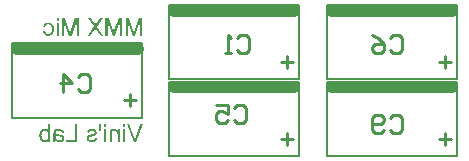
<source format=gbr>
%FSTAX25Y25*%
%MOMM*%
%SFA1B1*%

%IPPOS*%
%ADD28C,0.999998*%
%ADD29C,0.200000*%
%ADD30C,0.253999*%
%LNmicamp_legend_bot-1*%
%LPD*%
G36*
X-4112519Y0501644D02*
X-4130611D01*
Y0522292*
X-4112519*
Y0501644*
G37*
G36*
X-3790472Y04512D02*
X-3733642Y0374997D01*
X-3757056*
X-3794305Y0426082*
X-3795156Y042736*
X-379622Y0428851*
X-3798562Y0432254*
X-3799626Y0433959*
X-3800477Y0435236*
X-3801117Y0436087*
X-3801328Y04363*
X-3803456Y0433108*
X-3805374Y0430128*
X-3806225Y0429061*
X-3806649Y042821*
X-3807076Y0427573*
X-3807289Y042736*
X-3844538Y0374997*
X-386859*
X-3813462Y0452264*
X-3864546Y0522292*
X-3843261*
X-3813888Y0483128*
X-3811333Y0479935*
X-3809204Y0476953*
X-3807076Y0473974*
X-3805374Y0471634*
X-3803883Y0469503*
X-3802819Y0467801*
X-3802181Y0466951*
X-3801968Y0466524*
X-3800477Y0469079*
X-3798775Y0471845*
X-379686Y0474827*
X-3794942Y0477807*
X-3793027Y0480359*
X-379175Y0482488*
X-3791112Y0483341*
X-3790685Y0483979*
X-3790261Y0484192*
Y0484405*
X-3763441Y0522292*
X-3740241*
X-3790472Y04512*
G37*
G36*
X-3404999Y0374997D02*
X-3423729D01*
Y0500369*
X-3466299Y0374997*
X-3483754*
X-3526749Y0498238*
Y0374997*
X-3545481*
Y0522292*
X-3519299*
X-3483965Y0419696*
X-348205Y0414164*
X-3480562Y0409481*
X-3479071Y0405437*
X-3478006Y0402031*
X-3477155Y0399475*
X-3476515Y039756*
X-3476304Y0396496*
X-3476091Y0396069*
X-347524Y0399051*
X-3474176Y0402457*
X-3472898Y0406074*
X-3471834Y0409694*
X-347077Y0412887*
X-3469919Y0415439*
X-3469492Y0416504*
X-3469279Y0417144*
X-3469065Y0417568*
Y0417781*
X-3434158Y0522292*
X-3404999*
Y0374997*
G37*
G36*
X-3576558D02*
X-3595288D01*
Y0500369*
X-3637859Y0374997*
X-3655314*
X-3698308Y0498238*
Y0374997*
X-3717038*
Y0522292*
X-3690858*
X-3655524Y0419696*
X-3653609Y0414164*
X-3652118Y0409481*
X-365063Y0405437*
X-3649565Y0402031*
X-3648715Y0399475*
X-3648075Y039756*
X-3647861Y0396496*
X-364765Y0396069*
X-3646799Y0399051*
X-3645735Y0402457*
X-3644458Y0406074*
X-3643393Y0409694*
X-3642329Y0412887*
X-3641478Y0415439*
X-3641051Y0416504*
X-3640838Y0417144*
X-3640625Y0417568*
Y0417781*
X-3605717Y0522292*
X-3576558*
Y0374997*
G37*
G36*
X-3942661D02*
X-3961394D01*
Y0500369*
X-4003964Y0374997*
X-4021416*
X-4064414Y0498238*
Y0374997*
X-4083146*
Y0522292*
X-4056964*
X-402163Y0419696*
X-4019715Y0414164*
X-4018226Y0409481*
X-4016735Y0405437*
X-4015671Y0402031*
X-401482Y0399475*
X-401418Y039756*
X-4013969Y0396496*
X-4013756Y0396069*
X-4012902Y0399051*
X-4011838Y0402457*
X-4010563Y0406074*
X-4009499Y0409694*
X-4008434Y0412887*
X-4007581Y0415439*
X-4007157Y0416504*
X-4006943Y0417144*
X-400673Y0417568*
Y0417781*
X-3971823Y0522292*
X-3942661*
Y0374997*
G37*
G36*
X-4196382Y0483979D02*
X-4191698Y0483128D01*
X-418723Y0482061*
X-4183611Y0480999*
X-4180418Y0479722*
X-417914Y0479082*
X-4178076Y0478657*
X-4177225Y0478231*
X-4176588Y0477804*
X-4176161Y0477593*
X-4175947*
X-4171904Y0475038*
X-4168284Y0471845*
X-4165305Y0468652*
X-4162752Y046546*
X-4160837Y0462694*
X-4159559Y0460352*
X-4159133Y0459501*
X-4158708Y0458861*
X-4158495Y0458436*
Y0458223*
X-4156577Y0453115*
X-4155302Y0448007*
X-4154238Y0442899*
X-4153598Y0438216*
X-4153387Y0436087*
X-4153174Y0434172*
Y0432468*
X-415296Y0430979*
Y0429701*
Y0428848*
Y042821*
Y0427997*
X-4153174Y0423103*
X-4153598Y0418632*
X-4154238Y0414164*
X-4155089Y0410331*
X-415594Y0406501*
X-4157218Y0403308*
X-4158282Y0400113*
X-4159559Y0397347*
X-4160837Y0395005*
X-4161901Y0392877*
X-4163176Y0390961*
X-4164027Y0389473*
X-4164881Y0388406*
X-4165518Y0387555*
X-4165945Y0387131*
X-4166158Y0386918*
X-4168711Y0384362*
X-4171477Y0382236*
X-4174246Y0380319*
X-4177225Y0378617*
X-4180205Y0377339*
X-4182973Y0376062*
X-4188719Y037436*
X-4191274Y0373933*
X-4193616Y0373509*
X-4195744Y0373082*
X-4197659Y0372869*
X-419915Y0372656*
X-4201276*
X-4204469Y0372869*
X-4207664Y0373082*
X-4213197Y037436*
X-4218307Y0375848*
X-4222564Y0377766*
X-4224266Y037883*
X-4225968Y0379681*
X-4227459Y0380532*
X-4228523Y0381383*
X-4229374Y0382023*
X-4230011Y0382447*
X-4230438Y0382661*
X-4230651Y0382874*
X-423278Y0385003*
X-4234695Y0387131*
X-4238101Y0391812*
X-4240867Y0396709*
X-4242785Y040118*
X-4244273Y0405437*
X-42447Y0407139*
X-4245124Y040884*
X-4245338Y0410118*
X-4245551Y0410972*
X-4245764Y0411609*
Y0411822*
X-4227885Y0414164*
X-4227032Y0409481*
X-4225754Y0405223*
X-4224053Y0401817*
X-4222564Y0399051*
X-4221073Y0396709*
X-4219795Y0395218*
X-4219158Y0394154*
X-4218731Y0393943*
X-4215965Y0391812*
X-4212983Y0390324*
X-4210004Y0389046*
X-4207238Y0388406*
X-4204896Y0387982*
X-4202767Y0387769*
X-420149Y0387555*
X-4201066*
X-4198724Y0387769*
X-4196382Y0387982*
X-4192125Y0389046*
X-4188505Y0390537*
X-4185312Y0392452*
X-4182973Y0394154*
X-4181055Y0395645*
X-4179991Y0396709*
X-4179567Y0397134*
X-4178076Y0399051*
X-4176798Y0401391*
X-4174883Y0406074*
X-4173395Y0411396*
X-4172541Y0416504*
X-4171904Y0421187*
X-417169Y0423103*
Y0425018*
X-4171477Y0426295*
Y0427573*
Y042821*
Y0428424*
Y0432254*
X-4171904Y0435874*
X-4172331Y043928*
X-4172755Y0442259*
X-4173395Y0445025*
X-4174246Y0447581*
X-4174883Y0449922*
X-4175734Y0452051*
X-4176588Y0453753*
X-4177225Y0455244*
X-4178076Y0456521*
X-4178716Y0457583*
X-417914Y0458436*
X-4179567Y0459074*
X-4179991Y0459287*
Y0459501*
X-4181695Y0461203*
X-4183397Y0462694*
X-4187017Y0465246*
X-4190847Y0466951*
X-4194253Y0468015*
X-4197446Y0468866*
X-4199788Y0469079*
X-4200852Y0469292*
X-420213*
X-4205323Y0469079*
X-4208302Y0468439*
X-4210857Y0467588*
X-4213197Y0466524*
X-4214901Y046546*
X-4216389Y0464609*
X-421724Y0463971*
X-4217454Y0463758*
X-4219582Y0461629*
X-4221497Y0459074*
X-4223202Y0456308*
X-4224266Y0453753*
X-422533Y0451413*
X-4225968Y0449496*
X-4226181Y0448218*
X-4226394Y0448007*
Y0447794*
X-424406Y045056*
X-4242572Y0456308*
X-4240443Y0461203*
X-4238101Y046546*
X-4235759Y0468866*
X-4233418Y0471634*
X-4231502Y0473549*
X-4230225Y0474825*
X-4230011Y0475251*
X-4229801*
X-422533Y0478231*
X-4220646Y0480359*
X-4215965Y0482061*
X-4211495Y0483128*
X-4207451Y0483765*
X-4205747Y0483979*
X-4204469*
X-4203194Y0484192*
X-420149*
X-4196382Y0483979*
G37*
G36*
X-4112519Y0374997D02*
X-4130611D01*
Y048185*
X-4112519*
Y0374997*
G37*
G36*
X-3550058Y-039835D02*
X-3568151D01*
Y-0377705*
X-3550058*
Y-039835*
G37*
G36*
X-3710335D02*
X-372843D01*
Y-0377705*
X-3710335*
Y-039835*
G37*
G36*
X-375163Y-0402396D02*
X-3756098Y-0429854D01*
X-3767381*
X-3772275Y-0402396*
Y-0377705*
X-375163*
Y-0402396*
G37*
G36*
X-4184357Y-0524997D02*
X-4201172D01*
Y-0511589*
X-4203303Y-0514357*
X-4205429Y-0516696*
X-4207771Y-0518825*
X-4210326Y-052074*
X-4212668Y-0522231*
X-4215221Y-0523509*
X-4217563Y-0524573*
X-4219905Y-0525424*
X-4224162Y-0526488*
X-4226077Y-0526915*
X-4227568Y-0527128*
X-4228846*
X-4229907Y-0527339*
X-4230758*
X-4234164Y-0527128*
X-423757Y-0526702*
X-4240763Y-0526061*
X-4243743Y-0524997*
X-4249491Y-0522658*
X-4251833Y-0521167*
X-4254174Y-0519889*
X-4256303Y-0518401*
X-4258005Y-0517123*
X-4259493Y-0515846*
X-4260984Y-0514781*
X-4262048Y-0513717*
X-4262688Y-051308*
X-4263113Y-0512653*
X-4263326Y-0512439*
X-4265668Y-050946*
X-4267796Y-0506267*
X-4269712Y-0503074*
X-42712Y-0499457*
X-4272478Y-0496051*
X-4273544Y-0492432*
X-4275246Y-0485622*
X-4275884Y-0482429*
X-427631Y-0479447*
X-4276524Y-0476895*
X-4276735Y-0474553*
X-4276948Y-0472638*
Y-047136*
Y-0470296*
Y-0470082*
X-4276735Y-0465825*
X-4276524Y-0461782*
X-4275884Y-0458162*
X-4275246Y-0454969*
X-4274606Y-0452203*
X-4274182Y-0450075*
X-4273969Y-0449437*
X-4273755Y-0448797*
X-4273544Y-0448584*
Y-0448373*
X-4272267Y-0444754*
X-4270776Y-0441347*
X-4269287Y-0438368*
X-4267796Y-0435813*
X-4266519Y-0433898*
X-4265455Y-0432409*
X-4264817Y-0431342*
X-4264604Y-0431131*
X-4262475Y-0428576*
X-425992Y-0426234*
X-4257578Y-0424319*
X-4255236Y-0422828*
X-4253323Y-0421553*
X-4251619Y-0420489*
X-4250555Y-0420062*
X-4250128Y-0419849*
X-4246935Y-0418571*
X-4243532Y-0417509*
X-4240339Y-0416869*
X-423757Y-0416232*
X-4235229Y-0416018*
X-4233313Y-0415805*
X-4231612*
X-4228419Y-0416018*
X-4225226Y-0416445*
X-4222244Y-0417083*
X-4219478Y-0418147*
X-4214583Y-0420276*
X-4210326Y-0423042*
X-4208622Y-0424319*
X-420692Y-0425597*
X-4205643Y-0426874*
X-4204578Y-0427939*
X-4203514Y-0429003*
X-4202877Y-0429641*
X-4202663Y-0430067*
X-420245Y-0430278*
Y-0377705*
X-4184357*
Y-0524997*
G37*
G36*
X-4110286Y-0416018D02*
X-4105816Y-0416443D01*
X-4101558Y-0417083*
X-4098152Y-041772*
X-4095173Y-041836*
X-4093044Y-0418998*
X-4092194Y-0419211*
X-4091553Y-0419422*
X-409134Y-0419635*
X-4091129*
X-408751Y-0421126*
X-4084317Y-0423042*
X-4081551Y-0424746*
X-4079209Y-0426448*
X-4077507Y-042815*
X-407623Y-0429427*
X-4075376Y-0430278*
X-4075165Y-0430491*
X-407325Y-043326*
X-4071546Y-0436239*
X-4070268Y-0439219*
X-4069207Y-0441987*
X-4068353Y-0444754*
X-4067716Y-0446669*
X-4067502Y-044752*
Y-0448157*
X-4067289Y-044837*
Y-0448584*
X-4084957Y-0450926*
X-4086232Y-0447095*
X-408751Y-0443689*
X-4089001Y-0440921*
X-4090278Y-0438792*
X-4091553Y-043709*
X-4092618Y-0436026*
X-4093471Y-0435386*
X-4093684Y-0435175*
X-4096237Y-0433684*
X-4099217Y-043262*
X-4102409Y-0431769*
X-4105391Y-0431342*
X-4108371Y-0430918*
X-4110499Y-0430705*
X-4112628*
X-4117522Y-0430918*
X-4121779Y-0431556*
X-4125186Y-043262*
X-4128165Y-0433684*
X-4130294Y-0434962*
X-4131995Y-0435813*
X-413306Y-0436666*
X-4133273Y-0436877*
X-4134977Y-0438792*
X-4136252Y-0441134*
X-4137317Y-0443689*
X-4137957Y-0446244*
X-4138383Y-0448584*
X-4138594Y-0450712*
Y-045199*
Y-0452203*
Y-0452417*
Y-0452841*
Y-0453694*
Y-0455183*
X-4138383Y-045646*
Y-0456887*
Y-0457098*
X-4136252Y-0457738*
X-4133913Y-0458376*
X-4129016Y-0459653*
X-4123481Y-0460717*
X-4118373Y-0461782*
X-4115818Y-0462208*
X-4113479Y-0462419*
X-411135Y-0462846*
X-4109648Y-0463059*
X-4108157Y-046327*
X-4107093*
X-4106242Y-0463483*
X-4106029*
X-4102196Y-046391*
X-4099003Y-0464548*
X-4096237Y-0464974*
X-4094109Y-0465399*
X-4092407Y-0465612*
X-4091129Y-0466039*
X-4090278Y-0466252*
X-4090065*
X-4087296Y-0467103*
X-4084957Y-0467954*
X-4082615Y-0469018*
X-40807Y-0469869*
X-4078996Y-0470722*
X-4077931Y-0471573*
X-4077081Y-0471998*
X-4076867Y-0472211*
X-4074739Y-0473702*
X-4073037Y-0475404*
X-4071332Y-0477105*
X-4070057Y-047881*
X-4068993Y-0480298*
X-406814Y-0481576*
X-4067716Y-0482429*
X-4067502Y-048264*
X-4066438Y-0484982*
X-4065587Y-0487537*
X-4064949Y-0489877*
X-4064523Y-0492218*
X-4064309Y-0494134*
X-4064096Y-0495625*
Y-0496476*
Y-0496902*
X-4064309Y-0499457*
X-4064523Y-0501583*
X-4065587Y-0506054*
X-4067075Y-0509673*
X-406878Y-0512866*
X-4070482Y-0515421*
X-4071973Y-0517334*
X-4073037Y-0518401*
X-4073461Y-0518825*
X-4077294Y-0521591*
X-4081551Y-0523722*
X-4086232Y-0525211*
X-4090489Y-0526275*
X-4094322Y-0526915*
X-4096024Y-0527126*
X-4097515*
X-4098792Y-0527339*
X-4100494*
X-4104325Y-0527126*
X-4108157Y-0526702*
X-4111561Y-0526275*
X-4114543Y-0525637*
X-4116885Y-0524997*
X-41188Y-052436*
X-4120075Y-0524146*
X-4120502Y-0523935*
X-4124121Y-0522444*
X-4127527Y-0520529*
X-413072Y-0518401*
X-4133913Y-0516483*
X-4136466Y-0514568*
X-4138383Y-051308*
X-4139658Y-0512015*
X-4139872Y-0511589*
X-4140085*
X-4140509Y-0514357*
X-4140936Y-051691*
X-4141363Y-0519252*
X-4142Y-0521167*
X-414264Y-0522871*
X-4143065Y-0523935*
X-4143278Y-0524786*
X-4143491Y-0524997*
X-4162435*
X-416137Y-0522658*
X-4160306Y-0520316*
X-4159455Y-0518187*
X-4159029Y-0516272*
X-4158391Y-0514568*
X-4158178Y-051329*
X-4157964Y-0512439*
Y-0512226*
X-4157751Y-0510738*
X-4157538Y-0508822*
Y-0506694*
X-4157324Y-0504352*
X-4157113Y-0499031*
Y-0493709*
X-41569Y-0488602*
Y-048626*
Y-0484344*
Y-048264*
Y-0481365*
Y-0480512*
Y-0480298*
Y-0456034*
Y-045199*
X-4156687Y-0448373*
X-4156473Y-0445604*
Y-0443263*
X-4156262Y-0441561*
X-4156049Y-0440283*
X-4155836Y-0439646*
Y-0439432*
X-4155198Y-0436666*
X-4154347Y-0434324*
X-4153494Y-0432409*
X-415243Y-0430491*
X-4151579Y-0429216*
X-4150941Y-0428152*
X-4150514Y-0427512*
X-4150301Y-0427299*
X-4148599Y-0425597*
X-4146684Y-0423895*
X-4144553Y-0422617*
X-4142427Y-042134*
X-4140509Y-0420489*
X-4139021Y-0419849*
X-4137957Y-0419425*
X-413753Y-0419211*
X-4134126Y-0418147*
X-4130507Y-0417296*
X-4126887Y-0416656*
X-412327Y-0416232*
X-4120075Y-0416018*
X-4117736Y-0415805*
X-4115394*
X-4110286Y-0416018*
G37*
G36*
X-345683Y-0524997D02*
X-3477262D01*
X-3534732Y-0377705*
X-3514938*
X-3474923Y-0484769*
X-3473218Y-0489239*
X-347173Y-0493496*
X-3470452Y-049754*
X-3469388Y-0501159*
X-3468324Y-0504352*
X-3467686Y-0506694*
X-3467473Y-0507545*
X-346726Y-0508182*
X-3467046Y-0508609*
Y-0508822*
X-3464493Y-0500308*
X-3463216Y-0496262*
X-3461938Y-0492645*
X-3460874Y-0489452*
X-3460447Y-0488175*
X-3460236Y-0486897*
X-345981Y-0486046*
X-3459596Y-0485406*
X-3459383Y-0484982*
Y-0484769*
X-342107Y-0377705*
X-3399784*
X-345683Y-0524997*
G37*
G36*
X-3550058D02*
X-3568151D01*
Y-0418147*
X-3550058*
Y-0524997*
G37*
G36*
X-3641798Y-0416018D02*
X-3637968Y-0416656D01*
X-3634562Y-0417509*
X-3631156Y-0418571*
X-3628176Y-0419849*
X-3625408Y-042134*
X-3622855Y-0423042*
X-3620726Y-0424533*
X-3618598Y-0426234*
X-3616893Y-0427936*
X-3615405Y-0429427*
X-3614127Y-0430705*
X-3613277Y-0431769*
X-3612636Y-043262*
X-3612212Y-043326*
X-3611999Y-0433473*
Y-0418147*
X-3595822*
Y-0524997*
X-3613914*
Y-046689*
Y-046327*
X-3614341Y-0459653*
X-3614767Y-0456671*
X-3615192Y-0453905*
X-3615829Y-0451352*
X-3616469Y-0449011*
X-361732Y-0446882*
X-3618171Y-0445178*
X-3618811Y-0443689*
X-3619662Y-0442412*
X-36203Y-0441347*
X-3620937Y-0440496*
X-3621791Y-0439432*
X-3622217Y-0439005*
X-3625408Y-0436453*
X-3628814Y-0434748*
X-363222Y-0433473*
X-3635199Y-0432407*
X-3637968Y-0431982*
X-3640096Y-0431769*
X-3640947Y-0431556*
X-3642012*
X-3644564Y-0431769*
X-3647119Y-0431982*
X-3649248Y-043262*
X-3650952Y-043326*
X-3652441Y-0433898*
X-3653718Y-0434324*
X-3654356Y-0434748*
X-3654569Y-0434962*
X-3656484Y-0436239*
X-3658189Y-043773*
X-3659466Y-0439219*
X-3660528Y-0440496*
X-3661168Y-0441774*
X-3661806Y-0442838*
X-3662232Y-0443476*
Y-0443689*
X-366287Y-0446031*
X-366351Y-0448584*
X-3663934Y-0451352*
X-3664148Y-0454118*
X-3664361Y-045646*
Y-0458376*
Y-0459867*
Y-0460077*
Y-0460291*
Y-0524997*
X-3682453*
Y-045944*
Y-0454969*
X-368224Y-0451352*
X-3682027Y-044837*
Y-0445818*
X-3681813Y-0444113*
X-3681603Y-0442838*
X-3681389Y-0441987*
Y-0441774*
X-3680749Y-0439005*
X-3679687Y-0436453*
X-3678834Y-0434324*
X-3677983Y-0432193*
X-3676919Y-0430705*
X-3676281Y-0429641*
X-3675854Y-042879*
X-3675641Y-0428576*
X-3673939Y-0426448*
X-3672024Y-0424746*
X-3670106Y-0423042*
X-366798Y-0421767*
X-3666276Y-04207*
X-3664785Y-0420062*
X-3663934Y-0419635*
X-366351Y-0419422*
X-3660528Y-0418147*
X-3657335Y-0417296*
X-3654356Y-0416656*
X-365159Y-0416232*
X-3649248Y-0416018*
X-3647546Y-0415805*
X-3645842*
X-3641798Y-0416018*
G37*
G36*
X-3710335Y-0524997D02*
X-372843D01*
Y-0418147*
X-3710335*
Y-0524997*
G37*
G36*
X-3957246D02*
X-404941D01*
Y-0507545*
X-3976827*
Y-0377705*
X-3957246*
Y-0524997*
G37*
G36*
X-3824424Y-0416232D02*
X-3821871Y-0416443D01*
X-381953Y-0416869*
X-3817614Y-0417296*
X-3816123Y-041772*
X-3815273Y-0417934*
X-3814848Y-0418147*
X-3812293Y-0418998*
X-3809951Y-0419849*
X-3808036Y-04207*
X-3806334Y-0421553*
X-3805054Y-0422191*
X-3804203Y-0422828*
X-3803566Y-0423042*
X-3803352Y-0423255*
X-3801224Y-0424746*
X-3799522Y-0426448*
X-3798031Y-0428363*
X-3796753Y-0429854*
X-3795689Y-0431342*
X-3795052Y-0432407*
X-3794627Y-043326*
X-3794414Y-0433473*
X-379335Y-0435813*
X-3792496Y-0437941*
X-3792072Y-0440283*
X-3791645Y-0442198*
X-3791432Y-0444113*
X-3791221Y-0445391*
Y-0446244*
Y-0446669*
X-3791432Y-0449648*
X-3791859Y-0452203*
X-3792496Y-0454756*
X-3793136Y-0456885*
X-3793774Y-0458589*
X-3794414Y-0460077*
X-3794838Y-0460931*
X-3795052Y-0461142*
X-3796753Y-0463483*
X-3798671Y-0465399*
X-3800586Y-0467103*
X-3802501Y-0468591*
X-3804203Y-0469656*
X-3805481Y-0470509*
X-3806334Y-0470933*
X-3806758Y-0471147*
X-3808249Y-0471784*
X-3810165Y-0472635*
X-3814422Y-0474126*
X-3818892Y-0475404*
X-3823573Y-0476892*
X-3827619Y-0477959*
X-3829532Y-0478596*
X-3831236Y-0479023*
X-3832514Y-0479447*
X-3833578Y-0479661*
X-3834216Y-0479874*
X-3834429*
X-3837195Y-0480512*
X-3839537Y-0481149*
X-3841666Y-0481789*
X-3843583Y-0482429*
X-3845285Y-0482854*
X-3846774Y-0483491*
X-3849329Y-0484344*
X-3851031Y-0484982*
X-3852097Y-048562*
X-3852735Y-0485833*
X-3852948Y-0486046*
X-3854864Y-0487324*
X-3856141Y-0489026*
X-3857205Y-0490517*
X-3857843Y-0492005*
X-3858267Y-0493496*
X-385848Y-049456*
Y-0495411*
Y-0495625*
X-3858267Y-049818*
X-385763Y-0500308*
X-3856565Y-0502437*
X-3855501Y-0504139*
X-3854223Y-0505627*
X-3853373Y-0506694*
X-3852522Y-0507331*
X-3852308Y-0507545*
X-3849753Y-0509247*
X-3846987Y-0510311*
X-3843794Y-0511164*
X-3840815Y-0511802*
X-3838046Y-0512226*
X-383592Y-0512439*
X-3833789*
X-3829321Y-0512226*
X-3825488Y-0511589*
X-3822296Y-0510738*
X-381953Y-0509673*
X-3817401Y-0508609*
X-3815699Y-0507758*
X-3814848Y-0507118*
X-3814422Y-0506907*
X-381208Y-0504565*
X-3810165Y-0501797*
X-3808887Y-0499031*
X-3807823Y-0496476*
X-3806972Y-0494134*
X-3806545Y-0492005*
X-3806121Y-049073*
Y-0490517*
Y-0490303*
X-3788239Y-0493069*
X-378973Y-0499031*
X-3791645Y-0504352*
X-3793987Y-0508609*
X-3796329Y-0512226*
X-3798458Y-0515208*
X-3800373Y-0517123*
X-3801651Y-0518401*
X-3801864Y-0518612*
X-3802075Y-0518825*
X-3804203Y-0520316*
X-3806545Y-0521591*
X-3811653Y-0523722*
X-3816974Y-0525211*
X-3822085Y-0526275*
X-3824424Y-0526702*
X-3826553Y-0526915*
X-3828681Y-0527126*
X-3830386*
X-3831874Y-0527339*
X-3833789*
X-3838473Y-0527126*
X-3842517Y-0526702*
X-3846349Y-0526061*
X-3849753Y-0525211*
X-3852522Y-052436*
X-385465Y-0523722*
X-3855928Y-0523295*
X-3856141Y-0523082*
X-3856355*
X-3859971Y-0521167*
X-3862951Y-0519252*
X-3865506Y-0517123*
X-3867848Y-0515208*
X-386955Y-0513504*
X-3870614Y-0512015*
X-3871465Y-0511164*
X-3871678Y-0510738*
X-387338Y-0507758*
X-3874658Y-0504565*
X-3875722Y-0501797*
X-3876362Y-0499244*
X-3876786Y-0496902*
X-3877Y-04952*
Y-0494134*
Y-0493709*
X-3876786Y-0490303*
X-3876362Y-0487324*
X-3875509Y-0484769*
X-3874871Y-0482429*
X-387402Y-0480512*
X-3873169Y-0479234*
X-3872743Y-0478383*
X-3872529Y-0478172*
X-3870827Y-0476041*
X-3868912Y-0474126*
X-3866995Y-0472424*
X-3865079Y-0471147*
X-3863164Y-0470082*
X-3861887Y-0469445*
X-3861036Y-0469018*
X-3860609Y-0468805*
X-3859121Y-0468167*
X-3857416Y-0467527*
X-3853373Y-0466039*
X-3848902Y-0464548*
X-3844434Y-046327*
X-3840388Y-0461995*
X-3838473Y-0461568*
X-3836984Y-0461142*
X-3835707Y-0460717*
X-3834643Y-0460504*
X-3834003Y-0460291*
X-3833789*
X-383145Y-0459653*
X-3829321Y-0459013*
X-3827406Y-0458589*
X-3825702Y-0457951*
X-3822936Y-0457311*
X-3820807Y-0456671*
X-3819316Y-0456034*
X-3818465Y-045582*
X-3818039Y-0455609*
X-3817828*
X-3816123Y-0454756*
X-3814635Y-0454118*
X-3813357Y-0453268*
X-3812506Y-0452628*
X-3811653Y-045199*
X-3811229Y-0451352*
X-3811016Y-0451139*
X-3810802Y-0450926*
X-3809525Y-0448797*
X-3808887Y-0446669*
Y-0445818*
X-3808674Y-0445178*
Y-0444754*
Y-044454*
X-3808887Y-0442625*
X-3809525Y-044071*
X-3810378Y-0439005*
X-3811442Y-043773*
X-3812293Y-0436453*
X-3813144Y-0435599*
X-3813782Y-0435175*
X-3813995Y-0434962*
X-3816337Y-0433473*
X-3819105Y-0432407*
X-3822085Y-0431769*
X-3824851Y-0431131*
X-3827619Y-0430918*
X-3829745Y-0430705*
X-3831874*
X-3835493Y-0430918*
X-38389Y-0431342*
X-3841666Y-0432193*
X-3843794Y-0433047*
X-3845709Y-0433898*
X-3846987Y-0434748*
X-384784Y-0435175*
X-3848051Y-0435386*
X-385018Y-0437304*
X-3851671Y-0439432*
X-3852948Y-0441561*
X-385401Y-0443476*
X-385465Y-0445391*
X-3855077Y-0446882*
X-3855288Y-0447733*
Y-0448157*
X-3872956Y-0445818*
X-3872105Y-0442198*
X-3871252Y-0439005*
X-3870187Y-0436239*
X-3869123Y-0433684*
X-3868061Y-0431982*
X-3867208Y-0430491*
X-3866781Y-0429641*
X-386657Y-0429427*
X-3864655Y-0427299*
X-3862524Y-0425383*
X-3860185Y-0423679*
X-3857843Y-0422191*
X-3855714Y-0421126*
X-385401Y-0420276*
X-3852948Y-0419849*
X-3852735Y-0419635*
X-3852522*
X-3848902Y-041836*
X-3845072Y-0417509*
X-3841452Y-0416656*
X-3838046Y-0416232*
X-3834856Y-0416018*
X-3832514Y-0415805*
X-3827406*
X-3824424Y-0416232*
G37*
%LNmicamp_legend_bot-2*%
%LPC*%
G36*
X-4228846Y-0430705D02*
X-4232038D01*
X-4234164Y-0431131*
X-423821Y-0432196*
X-4241614Y-0433898*
X-4244596Y-0435599*
X-4246935Y-0437517*
X-424864Y-0439219*
X-4249704Y-0440283*
X-4250128Y-0440496*
Y-044071*
X-4251619Y-0442625*
X-4252897Y-0444967*
X-4255025Y-0449648*
X-4256516Y-0454969*
X-4257367Y-0459867*
X-4258005Y-0464334*
X-4258218Y-0466465*
Y-0468167*
X-4258431Y-0469658*
Y-0470722*
Y-047136*
Y-0471573*
Y-047519*
X-4258005Y-047881*
X-4257578Y-0482003*
X-4257154Y-0484982*
X-4256516Y-0487748*
X-4255663Y-0490303*
X-4254812Y-0492432*
X-4254174Y-049456*
X-4253323Y-0496262*
X-425247Y-0497967*
X-4251833Y-0499244*
X-4250979Y-0500308*
X-4250555Y-0501159*
X-4250128Y-0501797*
X-4249704Y-050201*
Y-0502224*
X-4248Y-0503925*
X-4246298Y-050563*
X-4242892Y-0508182*
X-4239486Y-0509887*
X-4236295Y-0511164*
X-4233527Y-0511802*
X-4231185Y-0512226*
X-4230334Y-0512439*
X-422927*
X-4226501Y-0512226*
X-4224162Y-0511802*
X-4221607Y-0511164*
X-4219478Y-0510311*
X-4215434Y-0507969*
X-4212242Y-0505416*
X-4209475Y-0503074*
X-420756Y-0500733*
X-420692Y-0499882*
X-4206494Y-0499244*
X-4206069Y-0498817*
Y-0498604*
X-4205218Y-0496902*
X-4204365Y-0494987*
X-420309Y-049073*
X-4202236Y-0486046*
X-4201599Y-0481576*
X-4201172Y-0477532*
Y-0475617*
X-4200961Y-0474126*
Y-0472848*
Y-0471784*
Y-0471147*
Y-0470933*
Y-0467316*
X-4201386Y-0464124*
X-4201812Y-0460931*
X-4202236Y-0457951*
X-4202877Y-0455396*
X-4203727Y-0452841*
X-4204365Y-0450712*
X-4205218Y-0448584*
X-4206069Y-0446882*
X-4206707Y-0445391*
X-420756Y-0444113*
X-4208198Y-0443049*
X-4208622Y-0442198*
X-4209049Y-0441561*
X-4209475Y-0441347*
Y-0441134*
X-4211177Y-0439219*
X-4212879Y-043773*
X-4214583Y-0436239*
X-4216285Y-0435175*
X-4219691Y-043326*
X-4222884Y-0431982*
X-422565Y-0431342*
X-4227992Y-0430918*
X-4228846Y-0430705*
G37*
G36*
X-4138383Y-047136D02*
X-4138594D01*
X-4138383Y-0478172*
X-413817Y-0482429*
X-4137957Y-0486046*
X-413753Y-0489026*
X-4136892Y-0491581*
X-4136252Y-0493496*
X-4135828Y-0494987*
X-4135615Y-0495838*
X-4135401Y-0496051*
X-41337Y-0498817*
X-4131995Y-0501373*
X-4129869Y-0503501*
X-4127952Y-0505203*
X-412625Y-0506694*
X-4124759Y-0507758*
X-4123908Y-0508396*
X-4123481Y-0508609*
X-4120288Y-0510098*
X-4117096Y-0511164*
X-4114116Y-0512015*
X-4111137Y-0512439*
X-4108795Y-0512866*
X-4106666Y-051308*
X-4104965*
X-4101134Y-0512866*
X-4097939Y-0512439*
X-4095173Y-0511589*
X-4092831Y-0510738*
X-4091129Y-0509884*
X-4089852Y-0509033*
X-4089001Y-0508609*
X-4088787Y-0508396*
X-4087083Y-0506481*
X-4085808Y-0504352*
X-4084744Y-0502437*
X-4084104Y-0500519*
X-4083679Y-0498817*
X-4083466Y-049754*
Y-0496476*
Y-0496262*
X-4083679Y-049456*
X-4083893Y-0492856*
X-4084317Y-0491581*
X-4084744Y-0490303*
X-408517Y-0489239*
X-4085381Y-0488388*
X-4085808Y-0487961*
Y-0487748*
X-4087936Y-0485195*
X-4090489Y-0483491*
X-409134Y-0482854*
X-4092194Y-0482429*
X-4092831Y-0482003*
X-4093044*
X-4095173Y-0481149*
X-4097515Y-0480512*
X-4100068Y-0479874*
X-4102623Y-0479447*
X-4104965Y-0479023*
X-4107093Y-0478596*
X-4108371Y-0478383*
X-4108795*
X-4112414Y-0477746*
X-4115818Y-0477319*
X-41188Y-0476681*
X-4121779Y-0476041*
X-4124545Y-0475404*
X-4126887Y-0474766*
X-4129229Y-0474339*
X-4131144Y-0473702*
X-4132846Y-0473275*
X-4134337Y-0472848*
X-4135615Y-0472424*
X-4136679Y-0471998*
X-413753Y-0471784*
X-413817Y-0471573*
X-4138383Y-047136*
G37*
%LNmicamp_legend_bot-3*%
%LPD*%
G54D28*
X-3139998Y-0064998D02*
X-2119998D01*
X-4464999Y0259999D02*
X-3444999D01*
X-3139998Y0584997D02*
X-2119998D01*
X-1799998Y-0064998D02*
X-0779998D01*
X-1799998Y0584997D02*
X-0779998D01*
G54D29*
X-2079998Y-0644999D02*
Y-0014998D01*
X-3179998D02*
X-2079998D01*
X-3179998Y-0644999D02*
Y-0014998D01*
Y-0644999D02*
X-2079998D01*
X-3404999Y-0319999D02*
Y0309999D01*
X-4504999D02*
X-3404999D01*
X-4504999Y-0319999D02*
Y0309999D01*
Y-0319999D02*
X-3404999D01*
X-2079998Y0004998D02*
Y0635D01*
X-3179998D02*
X-2079998D01*
X-3179998Y0004998D02*
Y0635D01*
Y0004998D02*
X-2079998D01*
X-1839998Y-0644999D02*
X-0739998D01*
X-1839998D02*
Y-0014998D01*
X-0739998*
Y-0644999D02*
Y-0014998D01*
X-1839998Y0004998D02*
X-0739998D01*
X-1839998D02*
Y0635D01*
X-0739998*
Y0004998D02*
Y0635D01*
G54D30*
X-2129998Y-0498822D02*
X-2231565D01*
X-218078Y-044804D02*
Y-0549607D01*
X-3454999Y-0173824D02*
X-3556566D01*
X-3505781Y-012304D02*
Y-0224607D01*
X-2129998Y0151173D02*
X-2231565D01*
X-218078Y0201957D02*
Y010039D01*
X-0789998Y-0498822D02*
X-0891565D01*
X-084078Y-044804D02*
Y-0549607D01*
X-0789998Y0151173D02*
X-0891565D01*
X-084078Y0201957D02*
Y010039D01*
X-1311564Y-0323039D02*
X-1286174Y-0297647D01*
X-1235389*
X-1209997Y-0323039*
Y-0424606*
X-1235389Y-0449999*
X-1286174*
X-1311564Y-0424606*
X-1362349D02*
X-1387741Y-0449999D01*
X-1438523*
X-1463916Y-0424606*
Y-0323039*
X-1438523Y-0297647*
X-1387741*
X-1362349Y-0323039*
Y-0348432*
X-1387741Y-0373824*
X-1463916*
X-1311564Y0351957D02*
X-1286174Y037735D01*
X-1235389*
X-1209997Y0351957*
Y025039*
X-1235389Y0224998*
X-1286174*
X-1311564Y025039*
X-1463916Y037735D02*
X-1413131Y0351957D01*
X-1362349Y0301172*
Y025039*
X-1387741Y0224998*
X-1438523*
X-1463916Y025039*
Y0275783*
X-1438523Y0301172*
X-1362349*
X-2626565Y-0243039D02*
X-2601173Y-0217647D01*
X-2550391*
X-2524998Y-0243039*
Y-0344606*
X-2550391Y-0369999*
X-2601173*
X-2626565Y-0344606*
X-2778917Y-0217647D02*
X-267735D01*
Y-0293824*
X-2728132Y-0268432*
X-2753525*
X-2778917Y-0293824*
Y-0344606*
X-2753525Y-0369999*
X-2702742*
X-267735Y-0344606*
X-3951566Y0026957D02*
X-3926174Y0052349D01*
X-3875389*
X-3849999Y0026957*
Y-0074607*
X-3875389Y-0099999*
X-3926174*
X-3951566Y-0074607*
X-4078523Y-0099999D02*
Y0052349D01*
X-4002349Y-0023822*
X-4103916*
X-2601564Y0354457D02*
X-2576174Y0379849D01*
X-2525389*
X-2499997Y0354457*
Y025289*
X-2525389Y0227497*
X-2576174*
X-2601564Y025289*
X-2652349Y0227497D02*
X-2703131D01*
X-2677741*
Y0379849*
X-2652349Y0354457*
M02*
</source>
